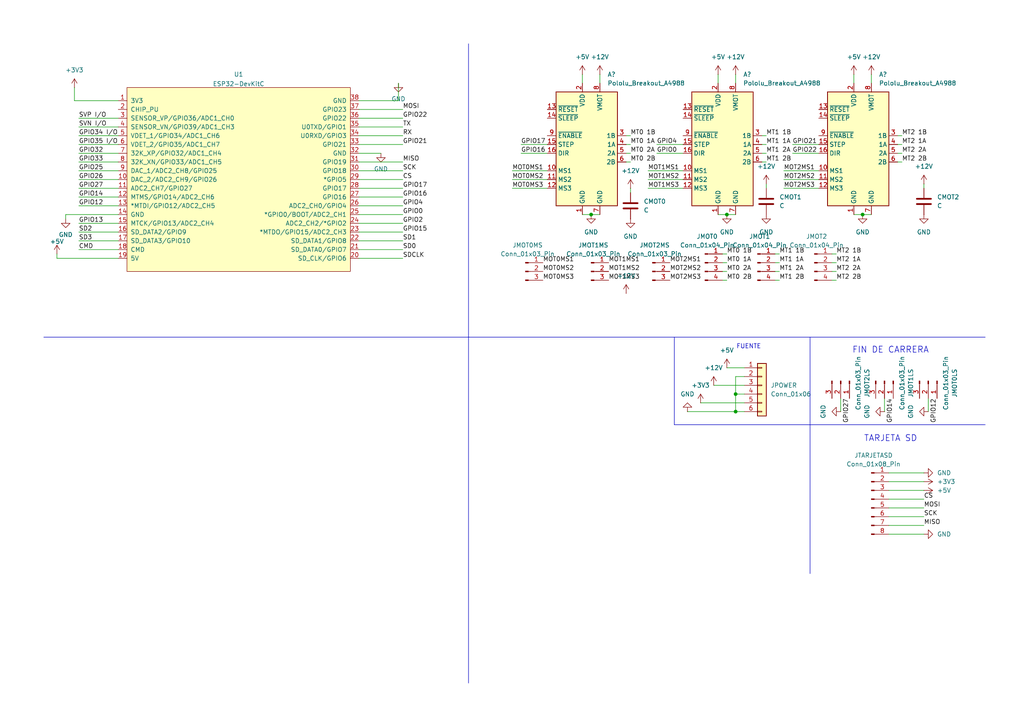
<source format=kicad_sch>
(kicad_sch (version 20231120) (generator "eeschema") (generator_version "8.0")
  (paper "A4")
  (lib_symbols
    (symbol "+5V_1" (power) (pin_numbers hide) (pin_names (offset 0) hide)
      (property "Value" "+5V" (at 0 3.556 0))
      (symbol "+5V_1_0_1"
        (polyline (pts (xy -0.762 1.27) (xy 0 2.54)))
        (polyline (pts (xy 0 0) (xy 0 2.54)))
        (polyline (pts (xy 0 2.54) (xy 0.762 1.27)))
      )
      (symbol "+5V_1_1_1"
        (pin power_in line (at 0 0 90) (length 0) (name "~") (number "1"))
      )
    )
    (symbol "+5V_2" (power) (pin_numbers hide) (pin_names (offset 0) hide)
      (property "Value" "+5V" (at 0 3.556 0))
      (symbol "+5V_2_0_1"
        (polyline (pts (xy -0.762 1.27) (xy 0 2.54)))
        (polyline (pts (xy 0 0) (xy 0 2.54)))
        (polyline (pts (xy 0 2.54) (xy 0.762 1.27)))
      )
      (symbol "+5V_2_1_1"
        (pin power_in line (at 0 0 90) (length 0) (name "~") (number "1"))
      )
    )
    (symbol "+5V_3" (power) (pin_numbers hide) (pin_names (offset 0) hide)
      (property "Value" "+5V" (at 0 3.556 0))
      (symbol "+5V_3_0_1"
        (polyline (pts (xy -0.762 1.27) (xy 0 2.54)))
        (polyline (pts (xy 0 0) (xy 0 2.54)))
        (polyline (pts (xy 0 2.54) (xy 0.762 1.27)))
      )
      (symbol "+5V_3_1_1"
        (pin power_in line (at 0 0 90) (length 0) (name "~") (number "1"))
      )
    )
    (symbol "+5V_4" (power) (pin_numbers hide) (pin_names (offset 0) hide)
      (property "Value" "+5V" (at 0 3.556 0))
      (symbol "+5V_4_0_1"
        (polyline (pts (xy -0.762 1.27) (xy 0 2.54)))
        (polyline (pts (xy 0 0) (xy 0 2.54)))
        (polyline (pts (xy 0 2.54) (xy 0.762 1.27)))
      )
      (symbol "+5V_4_1_1"
        (pin power_in line (at 0 0 90) (length 0) (name "~") (number "1"))
      )
    )
    (symbol "+5V_5" (power) (pin_numbers hide) (pin_names (offset 0) hide)
      (property "Value" "+5V" (at 0 3.556 0))
      (symbol "+5V_5_0_1"
        (polyline (pts (xy -0.762 1.27) (xy 0 2.54)))
        (polyline (pts (xy 0 0) (xy 0 2.54)))
        (polyline (pts (xy 0 2.54) (xy 0.762 1.27)))
      )
      (symbol "+5V_5_1_1"
        (pin power_in line (at 0 0 90) (length 0) (name "~") (number "1"))
      )
    )
    (symbol "Connector:Conn_01x03_Pin" (pin_names (offset 1.016) hide)
      (property "Reference" "J" (at 0 5.08 0))
      (property "Value" "Conn_01x03_Pin" (at 0 -5.08 0))
      (symbol "Conn_01x03_Pin_1_1"
        (polyline (pts (xy 1.27 -2.54) (xy 0.8636 -2.54)) (stroke (width 0.1524)))
        (polyline (pts (xy 1.27 0) (xy 0.8636 0)) (stroke (width 0.1524)))
        (polyline (pts (xy 1.27 2.54) (xy 0.8636 2.54)) (stroke (width 0.1524)))
        (rectangle (start 0.8636 -2.413) (end 0 -2.667) (stroke (width 0.1524)) (fill (type outline)))
        (rectangle (start 0.8636 0.127) (end 0 -0.127) (stroke (width 0.1524)) (fill (type outline)))
        (rectangle (start 0.8636 2.667) (end 0 2.413) (stroke (width 0.1524)) (fill (type outline)))
        (pin passive line (at 5.08 2.54 180) (length 3.81) (name "Pin_1") (number "1"))
        (pin passive line (at 5.08 0 180) (length 3.81) (name "Pin_2") (number "2"))
        (pin passive line (at 5.08 -2.54 180) (length 3.81) (name "Pin_3") (number "3"))
      )
    )
    (symbol "Connector:Conn_01x04_Pin" (pin_names (offset 1.016) hide)
      (property "Reference" "J" (at 0 5.08 0))
      (property "Value" "Conn_01x04_Pin" (at 0 -7.62 0))
      (symbol "Conn_01x04_Pin_1_1"
        (polyline (pts (xy 1.27 -5.08) (xy 0.8636 -5.08)) (stroke (width 0.1524)))
        (polyline (pts (xy 1.27 -2.54) (xy 0.8636 -2.54)) (stroke (width 0.1524)))
        (polyline (pts (xy 1.27 0) (xy 0.8636 0)) (stroke (width 0.1524)))
        (polyline (pts (xy 1.27 2.54) (xy 0.8636 2.54)) (stroke (width 0.1524)))
        (rectangle (start 0.8636 -4.953) (end 0 -5.207) (stroke (width 0.1524)) (fill (type outline)))
        (rectangle (start 0.8636 -2.413) (end 0 -2.667) (stroke (width 0.1524)) (fill (type outline)))
        (rectangle (start 0.8636 0.127) (end 0 -0.127) (stroke (width 0.1524)) (fill (type outline)))
        (rectangle (start 0.8636 2.667) (end 0 2.413) (stroke (width 0.1524)) (fill (type outline)))
        (pin passive line (at 5.08 2.54 180) (length 3.81) (name "Pin_1") (number "1"))
        (pin passive line (at 5.08 0 180) (length 3.81) (name "Pin_2") (number "2"))
        (pin passive line (at 5.08 -2.54 180) (length 3.81) (name "Pin_3") (number "3"))
        (pin passive line (at 5.08 -5.08 180) (length 3.81) (name "Pin_4") (number "4"))
      )
    )
    (symbol "Connector:Conn_01x08_Pin" (pin_names (offset 1.016) hide)
      (property "Reference" "J" (at 0 10.16 0))
      (property "Value" "Conn_01x08_Pin" (at 0 -12.7 0))
      (symbol "Conn_01x08_Pin_1_1"
        (polyline (pts (xy 1.27 -10.16) (xy 0.8636 -10.16)) (stroke (width 0.1524)))
        (polyline (pts (xy 1.27 -7.62) (xy 0.8636 -7.62)) (stroke (width 0.1524)))
        (polyline (pts (xy 1.27 -5.08) (xy 0.8636 -5.08)) (stroke (width 0.1524)))
        (polyline (pts (xy 1.27 -2.54) (xy 0.8636 -2.54)) (stroke (width 0.1524)))
        (polyline (pts (xy 1.27 0) (xy 0.8636 0)) (stroke (width 0.1524)))
        (polyline (pts (xy 1.27 2.54) (xy 0.8636 2.54)) (stroke (width 0.1524)))
        (polyline (pts (xy 1.27 5.08) (xy 0.8636 5.08)) (stroke (width 0.1524)))
        (polyline (pts (xy 1.27 7.62) (xy 0.8636 7.62)) (stroke (width 0.1524)))
        (rectangle (start 0.8636 -10.033) (end 0 -10.287) (stroke (width 0.1524)) (fill (type outline)))
        (rectangle (start 0.8636 -7.493) (end 0 -7.747) (stroke (width 0.1524)) (fill (type outline)))
        (rectangle (start 0.8636 -4.953) (end 0 -5.207) (stroke (width 0.1524)) (fill (type outline)))
        (rectangle (start 0.8636 -2.413) (end 0 -2.667) (stroke (width 0.1524)) (fill (type outline)))
        (rectangle (start 0.8636 0.127) (end 0 -0.127) (stroke (width 0.1524)) (fill (type outline)))
        (rectangle (start 0.8636 2.667) (end 0 2.413) (stroke (width 0.1524)) (fill (type outline)))
        (rectangle (start 0.8636 5.207) (end 0 4.953) (stroke (width 0.1524)) (fill (type outline)))
        (rectangle (start 0.8636 7.747) (end 0 7.493) (stroke (width 0.1524)) (fill (type outline)))
        (pin passive line (at 5.08 7.62 180) (length 3.81) (name "Pin_1") (number "1"))
        (pin passive line (at 5.08 5.08 180) (length 3.81) (name "Pin_2") (number "2"))
        (pin passive line (at 5.08 2.54 180) (length 3.81) (name "Pin_3") (number "3"))
        (pin passive line (at 5.08 0 180) (length 3.81) (name "Pin_4") (number "4"))
        (pin passive line (at 5.08 -2.54 180) (length 3.81) (name "Pin_5") (number "5"))
        (pin passive line (at 5.08 -5.08 180) (length 3.81) (name "Pin_6") (number "6"))
        (pin passive line (at 5.08 -7.62 180) (length 3.81) (name "Pin_7") (number "7"))
        (pin passive line (at 5.08 -10.16 180) (length 3.81) (name "Pin_8") (number "8"))
      )
    )
    (symbol "Connector_Generic:Conn_01x06" (pin_names (offset 1.016) hide)
      (property "Reference" "J" (at 0 7.62 0))
      (property "Value" "Conn_01x06" (at 0 -10.16 0))
      (symbol "Conn_01x06_1_1"
        (rectangle (start -1.27 -7.493) (end 0 -7.747) (stroke (width 0.1524)))
        (rectangle (start -1.27 -4.953) (end 0 -5.207) (stroke (width 0.1524)))
        (rectangle (start -1.27 -2.413) (end 0 -2.667) (stroke (width 0.1524)))
        (rectangle (start -1.27 0.127) (end 0 -0.127) (stroke (width 0.1524)))
        (rectangle (start -1.27 2.667) (end 0 2.413) (stroke (width 0.1524)))
        (rectangle (start -1.27 5.207) (end 0 4.953) (stroke (width 0.1524)))
        (rectangle (start -1.27 6.35) (end 1.27 -8.89) (stroke (width 0.254)) (fill (type background)))
        (pin passive line (at -5.08 5.08 0) (length 3.81) (name "Pin_1") (number "1"))
        (pin passive line (at -5.08 2.54 0) (length 3.81) (name "Pin_2") (number "2"))
        (pin passive line (at -5.08 0 0) (length 3.81) (name "Pin_3") (number "3"))
        (pin passive line (at -5.08 -2.54 0) (length 3.81) (name "Pin_4") (number "4"))
        (pin passive line (at -5.08 -5.08 0) (length 3.81) (name "Pin_5") (number "5"))
        (pin passive line (at -5.08 -7.62 0) (length 3.81) (name "Pin_6") (number "6"))
      )
    )
    (symbol "Device:C" (pin_numbers hide) (pin_names (offset 0.254))
      (property "Reference" "C" (at 0.635 2.54 0))
      (property "Value" "C" (at 0.635 -2.54 0))
      (symbol "C_0_1"
        (polyline (pts (xy -2.032 -0.762) (xy 2.032 -0.762)) (stroke (width 0.508)))
        (polyline (pts (xy -2.032 0.762) (xy 2.032 0.762)) (stroke (width 0.508)))
      )
      (symbol "C_1_1"
        (pin passive line (at 0 3.81 270) (length 2.794) (name "~") (number "1"))
        (pin passive line (at 0 -3.81 90) (length 2.794) (name "~") (number "2"))
      )
    )
    (symbol "Driver_Motor:Pololu_Breakout_A4988"
      (property "Reference" "A" (at -2.54 19.05 0))
      (property "Value" "Pololu_Breakout_A4988" (at -2.54 16.51 0))
      (symbol "Pololu_Breakout_A4988_0_1"
        (rectangle (start 10.16 -17.78) (end -7.62 15.24) (stroke (width 0.254)) (fill (type background)))
      )
      (symbol "Pololu_Breakout_A4988_1_1"
        (pin power_in line (at 0 -20.32 90) (length 2.54) (name "GND") (number "1"))
        (pin input line (at -10.16 -7.62 0) (length 2.54) (name "MS1") (number "10"))
        (pin input line (at -10.16 -10.16 0) (length 2.54) (name "MS2") (number "11"))
        (pin input line (at -10.16 -12.7 0) (length 2.54) (name "MS3") (number "12"))
        (pin input line (at -10.16 10.16 0) (length 2.54) (name "~{RESET}") (number "13"))
        (pin input line (at -10.16 7.62 0) (length 2.54) (name "~{SLEEP}") (number "14"))
        (pin input line (at -10.16 0 0) (length 2.54) (name "STEP") (number "15"))
        (pin input line (at -10.16 -2.54 0) (length 2.54) (name "DIR") (number "16"))
        (pin power_in line (at 0 17.78 270) (length 2.54) (name "VDD") (number "2"))
        (pin output line (at 12.7 2.54 180) (length 2.54) (name "1B") (number "3"))
        (pin output line (at 12.7 0 180) (length 2.54) (name "1A") (number "4"))
        (pin output line (at 12.7 -2.54 180) (length 2.54) (name "2A") (number "5"))
        (pin output line (at 12.7 -5.08 180) (length 2.54) (name "2B") (number "6"))
        (pin power_in line (at 5.08 -20.32 90) (length 2.54) (name "GND") (number "7"))
        (pin power_in line (at 5.08 17.78 270) (length 2.54) (name "VMOT") (number "8"))
        (pin input line (at -10.16 2.54 0) (length 2.54) (name "~{ENABLE}") (number "9"))
      )
    )
    (symbol "Espressif:ESP32-DevKitC" (pin_names (offset 1.016))
      (property "Reference" "U" (at -8.89 26.67 0))
      (property "Value" "ESP32-DevKitC" (at 0 -29.21 0))
      (symbol "ESP32-DevKitC_0_0"
        (pin power_in line (at -33.02 -11.43 0) (length 2.54) (name "GND") (number "14"))
        (pin power_in line (at -33.02 -24.13 0) (length 2.54) (name "5V") (number "19"))
      )
      (symbol "ESP32-DevKitC_0_1"
        (rectangle (start -30.48 25.4) (end 34.29 -27.94) (fill (type background)))
      )
      (symbol "ESP32-DevKitC_1_1"
        (pin power_in line (at -33.02 21.59 0) (length 2.54) (name "3V3") (number "1"))
        (pin bidirectional line (at -33.02 -1.27 0) (length 2.54) (name "DAC_2/ADC2_CH9/GPIO26") (number "10"))
        (pin bidirectional line (at -33.02 -3.81 0) (length 2.54) (name "ADC2_CH7/GPIO27") (number "11"))
        (pin bidirectional line (at -33.02 -6.35 0) (length 2.54) (name "MTMS/GPIO14/ADC2_CH6") (number "12"))
        (pin bidirectional line (at -33.02 -8.89 0) (length 2.54) (name "*MTDI/GPIO12/ADC2_CH5") (number "13"))
        (pin bidirectional line (at -33.02 -13.97 0) (length 2.54) (name "MTCK/GPIO13/ADC2_CH4") (number "15"))
        (pin bidirectional line (at -33.02 -16.51 0) (length 2.54) (name "SD_DATA2/GPIO9") (number "16"))
        (pin bidirectional line (at -33.02 -19.05 0) (length 2.54) (name "SD_DATA3/GPIO10") (number "17"))
        (pin bidirectional line (at -33.02 -21.59 0) (length 2.54) (name "CMD") (number "18"))
        (pin input line (at -33.02 19.05 0) (length 2.54) (name "CHIP_PU") (number "2"))
        (pin bidirectional line (at 36.83 -24.13 180) (length 2.54) (name "SD_CLK/GPIO6") (number "20"))
        (pin bidirectional line (at 36.83 -21.59 180) (length 2.54) (name "SD_DATA0/GPIO7") (number "21"))
        (pin bidirectional line (at 36.83 -19.05 180) (length 2.54) (name "SD_DATA1/GPIO8") (number "22"))
        (pin bidirectional line (at 36.83 -16.51 180) (length 2.54) (name "*MTDO/GPIO15/ADC2_CH3") (number "23"))
        (pin bidirectional line (at 36.83 -13.97 180) (length 2.54) (name "ADC2_CH2/*GPIO2") (number "24"))
        (pin bidirectional line (at 36.83 -11.43 180) (length 2.54) (name "*GPIO0/BOOT/ADC2_CH1") (number "25"))
        (pin bidirectional line (at 36.83 -8.89 180) (length 2.54) (name "ADC2_CH0/GPIO4") (number "26"))
        (pin bidirectional line (at 36.83 -6.35 180) (length 2.54) (name "GPIO16") (number "27"))
        (pin bidirectional line (at 36.83 -3.81 180) (length 2.54) (name "GPIO17") (number "28"))
        (pin bidirectional line (at 36.83 -1.27 180) (length 2.54) (name "*GPIO5") (number "29"))
        (pin input line (at -33.02 16.51 0) (length 2.54) (name "SENSOR_VP/GPIO36/ADC1_CH0") (number "3"))
        (pin bidirectional line (at 36.83 1.27 180) (length 2.54) (name "GPIO18") (number "30"))
        (pin bidirectional line (at 36.83 3.81 180) (length 2.54) (name "GPIO19") (number "31"))
        (pin power_in line (at 36.83 6.35 180) (length 2.54) (name "GND") (number "32"))
        (pin bidirectional line (at 36.83 8.89 180) (length 2.54) (name "GPIO21") (number "33"))
        (pin bidirectional line (at 36.83 11.43 180) (length 2.54) (name "U0RXD/GPIO3") (number "34"))
        (pin bidirectional line (at 36.83 13.97 180) (length 2.54) (name "U0TXD/GPIO1") (number "35"))
        (pin bidirectional line (at 36.83 16.51 180) (length 2.54) (name "GPIO22") (number "36"))
        (pin bidirectional line (at 36.83 19.05 180) (length 2.54) (name "GPIO23") (number "37"))
        (pin power_in line (at 36.83 21.59 180) (length 2.54) (name "GND") (number "38"))
        (pin input line (at -33.02 13.97 0) (length 2.54) (name "SENSOR_VN/GPIO39/ADC1_CH3") (number "4"))
        (pin input line (at -33.02 11.43 0) (length 2.54) (name "VDET_1/GPIO34/ADC1_CH6") (number "5"))
        (pin input line (at -33.02 8.89 0) (length 2.54) (name "VDET_2/GPIO35/ADC1_CH7") (number "6"))
        (pin bidirectional line (at -33.02 6.35 0) (length 2.54) (name "32K_XP/GPIO32/ADC1_CH4") (number "7"))
        (pin bidirectional line (at -33.02 3.81 0) (length 2.54) (name "32K_XN/GPIO33/ADC1_CH5") (number "8"))
        (pin bidirectional line (at -33.02 1.27 0) (length 2.54) (name "DAC_1/ADC2_CH8/GPIO25") (number "9"))
      )
    )
    (symbol "GND_1" (power) (pin_numbers hide) (pin_names (offset 0) hide)
      (property "Value" "GND" (at 0 -3.81 0))
      (symbol "GND_1_0_1"
        (polyline (pts (xy 0 0) (xy 0 -1.27) (xy 1.27 -1.27) (xy 0 -2.54) (xy -1.27 -1.27) (xy 0 -1.27)))
      )
      (symbol "GND_1_1_1"
        (pin power_in line (at 0 0 270) (length 0) (name "~") (number "1"))
      )
    )
    (symbol "GND_2" (power) (pin_numbers hide) (pin_names (offset 0) hide)
      (property "Value" "GND" (at 0 -3.81 0))
      (symbol "GND_2_0_1"
        (polyline (pts (xy 0 0) (xy 0 -1.27) (xy 1.27 -1.27) (xy 0 -2.54) (xy -1.27 -1.27) (xy 0 -1.27)))
      )
      (symbol "GND_2_1_1"
        (pin power_in line (at 0 0 270) (length 0) (name "~") (number "1"))
      )
    )
    (symbol "GND_3" (power) (pin_numbers hide) (pin_names (offset 0) hide)
      (property "Value" "GND" (at 0 -3.81 0))
      (symbol "GND_3_0_1"
        (polyline (pts (xy 0 0) (xy 0 -1.27) (xy 1.27 -1.27) (xy 0 -2.54) (xy -1.27 -1.27) (xy 0 -1.27)))
      )
      (symbol "GND_3_1_1"
        (pin power_in line (at 0 0 270) (length 0) (name "~") (number "1"))
      )
    )
    (symbol "GND_4" (power) (pin_numbers hide) (pin_names (offset 0) hide)
      (property "Value" "GND" (at 0 -3.81 0))
      (symbol "GND_4_0_1"
        (polyline (pts (xy 0 0) (xy 0 -1.27) (xy 1.27 -1.27) (xy 0 -2.54) (xy -1.27 -1.27) (xy 0 -1.27)))
      )
      (symbol "GND_4_1_1"
        (pin power_in line (at 0 0 270) (length 0) (name "~") (number "1"))
      )
    )
    (symbol "GND_5" (power) (pin_numbers hide) (pin_names (offset 0) hide)
      (property "Value" "GND" (at 0 -3.81 0))
      (symbol "GND_5_0_1"
        (polyline (pts (xy 0 0) (xy 0 -1.27) (xy 1.27 -1.27) (xy 0 -2.54) (xy -1.27 -1.27) (xy 0 -1.27)))
      )
      (symbol "GND_5_1_1"
        (pin power_in line (at 0 0 270) (length 0) (name "~") (number "1"))
      )
    )
    (symbol "GND_6" (power) (pin_numbers hide) (pin_names (offset 0) hide)
      (property "Value" "GND" (at 0 -3.81 0))
      (symbol "GND_6_0_1"
        (polyline (pts (xy 0 0) (xy 0 -1.27) (xy 1.27 -1.27) (xy 0 -2.54) (xy -1.27 -1.27) (xy 0 -1.27)))
      )
      (symbol "GND_6_1_1"
        (pin power_in line (at 0 0 270) (length 0) (name "~") (number "1"))
      )
    )
    (symbol "GND_7" (power) (pin_numbers hide) (pin_names (offset 0) hide)
      (property "Value" "GND" (at 0 -3.81 0))
      (symbol "GND_7_0_1"
        (polyline (pts (xy 0 0) (xy 0 -1.27) (xy 1.27 -1.27) (xy 0 -2.54) (xy -1.27 -1.27) (xy 0 -1.27)))
      )
      (symbol "GND_7_1_1"
        (pin power_in line (at 0 0 270) (length 0) (name "~") (number "1"))
      )
    )
    (symbol "power:+12V" (power) (pin_numbers hide) (pin_names (offset 0) hide)
      (property "Value" "+12V" (at 0 3.556 0))
      (symbol "+12V_0_1"
        (polyline (pts (xy -0.762 1.27) (xy 0 2.54)))
        (polyline (pts (xy 0 0) (xy 0 2.54)))
        (polyline (pts (xy 0 2.54) (xy 0.762 1.27)))
      )
      (symbol "+12V_1_1"
        (pin power_in line (at 0 0 90) (length 0) (name "~") (number "1"))
      )
    )
    (symbol "power:+3V3" (power) (pin_numbers hide) (pin_names (offset 0) hide)
      (property "Value" "+3V3" (at 0 3.556 0))
      (symbol "+3V3_0_1"
        (polyline (pts (xy -0.762 1.27) (xy 0 2.54)))
        (polyline (pts (xy 0 0) (xy 0 2.54)))
        (polyline (pts (xy 0 2.54) (xy 0.762 1.27)))
      )
      (symbol "+3V3_1_1"
        (pin power_in line (at 0 0 90) (length 0) (name "~") (number "1"))
      )
    )
    (symbol "power:+5V" (power) (pin_names (offset 0))
      (property "Value" "+5V" (at 0 3.556 0))
      (symbol "+5V_0_1"
        (polyline (pts (xy -0.762 1.27) (xy 0 2.54)))
        (polyline (pts (xy 0 0) (xy 0 2.54)))
        (polyline (pts (xy 0 2.54) (xy 0.762 1.27)))
      )
      (symbol "+5V_1_1"
        (pin power_in line (at 0 0 90) (length 0) hide (name "+5V") (number "1"))
      )
    )
    (symbol "power:GND" (power) (pin_names (offset 0))
      (property "Value" "GND" (at 0 -3.81 0))
      (symbol "GND_0_1"
        (polyline (pts (xy 0 0) (xy 0 -1.27) (xy 1.27 -1.27) (xy 0 -2.54) (xy -1.27 -1.27) (xy 0 -1.27)))
      )
      (symbol "GND_1_1"
        (pin power_in line (at 0 0 270) (length 0) hide (name "GND") (number "1"))
      )
    )
  )
  (junction (at 250.19 62.23))
  (junction (at 171.45 62.23))
  (junction (at 210.82 62.23))
  (junction (at 213.36 114.3))
  (junction (at 213.36 119.38))
  (wire (pts (xy 148.59 54.61) (xy 158.75 54.61)))
  (wire (pts (xy 208.28 62.23) (xy 210.82 62.23)))
  (wire (pts (xy 181.61 46.99) (xy 182.88 46.99)))
  (wire (pts (xy 104.14 64.77) (xy 116.84 64.77)))
  (wire (pts (xy 187.96 52.07) (xy 198.12 52.07)))
  (wire (pts (xy 207.01 111.76) (xy 215.9 111.76)))
  (wire (pts (xy 104.14 39.37) (xy 116.84 39.37)))
  (wire (pts (xy 104.14 54.61) (xy 116.84 54.61)))
  (polyline (pts (xy 234.95 123.19) (xy 195.58 123.19)))
  (wire (pts (xy 220.98 46.99) (xy 222.25 46.99)))
  (wire (pts (xy 104.14 72.39) (xy 116.84 72.39)))
  (wire (pts (xy 104.14 29.21) (xy 115.57 29.21)))
  (polyline (pts (xy 234.95 123.19) (xy 283.21 123.19)))
  (wire (pts (xy 224.79 73.66) (xy 226.06 73.66)))
  (wire (pts (xy 241.3 76.2) (xy 242.57 76.2)))
  (wire (pts (xy 224.79 78.74) (xy 226.06 78.74)))
  (wire (pts (xy 181.61 41.91) (xy 182.88 41.91)))
  (wire (pts (xy 210.82 106.68) (xy 215.9 106.68)))
  (wire (pts (xy 187.96 54.61) (xy 198.12 54.61)))
  (wire (pts (xy 257.81 152.4) (xy 267.97 152.4)))
  (wire (pts (xy 104.14 74.93) (xy 116.84 74.93)))
  (wire (pts (xy 22.86 59.69) (xy 34.29 59.69)))
  (wire (pts (xy 220.98 44.45) (xy 222.25 44.45)))
  (wire (pts (xy 19.05 63.5) (xy 19.05 62.23)))
  (wire (pts (xy 190.5 41.91) (xy 198.12 41.91)))
  (wire (pts (xy 243.84 119.38) (xy 243.84 115.57)))
  (wire (pts (xy 260.35 44.45) (xy 261.62 44.45)))
  (wire (pts (xy 209.55 81.28) (xy 210.82 81.28)))
  (wire (pts (xy 229.87 41.91) (xy 237.49 41.91)))
  (wire (pts (xy 190.5 44.45) (xy 198.12 44.45)))
  (wire (pts (xy 16.51 73.66) (xy 16.51 74.93)))
  (wire (pts (xy 224.79 81.28) (xy 226.06 81.28)))
  (wire (pts (xy 21.59 29.21) (xy 34.29 29.21)))
  (wire (pts (xy 227.33 52.07) (xy 237.49 52.07)))
  (wire (pts (xy 22.86 69.85) (xy 34.29 69.85)))
  (wire (pts (xy 16.51 74.93) (xy 34.29 74.93)))
  (wire (pts (xy 260.35 41.91) (xy 261.62 41.91)))
  (wire (pts (xy 250.19 62.23) (xy 252.73 62.23)))
  (wire (pts (xy 104.14 62.23) (xy 116.84 62.23)))
  (wire (pts (xy 256.54 119.38) (xy 256.54 115.57)))
  (wire (pts (xy 171.45 62.23) (xy 173.99 62.23)))
  (wire (pts (xy 241.3 73.66) (xy 242.57 73.66)))
  (wire (pts (xy 267.97 53.34) (xy 267.97 54.61)))
  (polyline (pts (xy 283.21 123.19) (xy 285.75 123.19)))
  (wire (pts (xy 104.14 49.53) (xy 116.84 49.53)))
  (wire (pts (xy 104.14 46.99) (xy 116.84 46.99)))
  (wire (pts (xy 182.88 54.61) (xy 182.88 55.88)))
  (wire (pts (xy 104.14 69.85) (xy 116.84 69.85)))
  (wire (pts (xy 220.98 39.37) (xy 222.25 39.37)))
  (wire (pts (xy 209.55 78.74) (xy 210.82 78.74)))
  (wire (pts (xy 247.65 62.23) (xy 250.19 62.23)))
  (polyline (pts (xy 234.95 97.79) (xy 234.95 123.19)))
  (wire (pts (xy 220.98 41.91) (xy 222.25 41.91)))
  (wire (pts (xy 199.39 119.38) (xy 213.36 119.38)))
  (wire (pts (xy 213.36 21.59) (xy 213.36 24.13)))
  (wire (pts (xy 151.13 41.91) (xy 158.75 41.91)))
  (wire (pts (xy 21.59 25.4) (xy 21.59 29.21)))
  (wire (pts (xy 104.14 31.75) (xy 116.84 31.75)))
  (wire (pts (xy 104.14 67.31) (xy 116.84 67.31)))
  (wire (pts (xy 104.14 59.69) (xy 116.84 59.69)))
  (wire (pts (xy 247.65 21.59) (xy 247.65 24.13)))
  (wire (pts (xy 187.96 49.53) (xy 198.12 49.53)))
  (wire (pts (xy 208.28 21.59) (xy 208.28 24.13)))
  (wire (pts (xy 22.86 46.99) (xy 34.29 46.99)))
  (wire (pts (xy 215.9 119.38) (xy 213.36 119.38)))
  (wire (pts (xy 203.2 116.84) (xy 215.9 116.84)))
  (wire (pts (xy 22.86 39.37) (xy 34.29 39.37)))
  (wire (pts (xy 115.57 29.21) (xy 115.57 24.13)))
  (wire (pts (xy 181.61 44.45) (xy 182.88 44.45)))
  (polyline (pts (xy 135.89 97.79) (xy 135.89 198.12)))
  (wire (pts (xy 22.86 64.77) (xy 34.29 64.77)))
  (wire (pts (xy 148.59 49.53) (xy 158.75 49.53)))
  (wire (pts (xy 227.33 49.53) (xy 237.49 49.53)))
  (polyline (pts (xy 135.89 12.7) (xy 135.89 97.79)))
  (wire (pts (xy 22.86 52.07) (xy 34.29 52.07)))
  (wire (pts (xy 104.14 41.91) (xy 116.84 41.91)))
  (wire (pts (xy 267.97 139.7) (xy 257.81 139.7)))
  (wire (pts (xy 148.59 52.07) (xy 158.75 52.07)))
  (wire (pts (xy 22.86 34.29) (xy 34.29 34.29)))
  (polyline (pts (xy 234.95 123.19) (xy 234.95 166.37)))
  (wire (pts (xy 260.35 46.99) (xy 261.62 46.99)))
  (wire (pts (xy 257.81 137.16) (xy 267.97 137.16)))
  (wire (pts (xy 19.05 62.23) (xy 34.29 62.23)))
  (wire (pts (xy 252.73 21.59) (xy 252.73 24.13)))
  (wire (pts (xy 104.14 52.07) (xy 116.84 52.07)))
  (wire (pts (xy 209.55 76.2) (xy 210.82 76.2)))
  (wire (pts (xy 257.81 144.78) (xy 267.97 144.78)))
  (wire (pts (xy 213.36 119.38) (xy 213.36 114.3)))
  (wire (pts (xy 260.35 39.37) (xy 261.62 39.37)))
  (wire (pts (xy 104.14 34.29) (xy 116.84 34.29)))
  (wire (pts (xy 104.14 36.83) (xy 116.84 36.83)))
  (wire (pts (xy 269.24 119.38) (xy 269.24 115.57)))
  (wire (pts (xy 257.81 142.24) (xy 267.97 142.24)))
  (wire (pts (xy 22.86 57.15) (xy 34.29 57.15)))
  (wire (pts (xy 224.79 76.2) (xy 226.06 76.2)))
  (wire (pts (xy 22.86 72.39) (xy 34.29 72.39)))
  (wire (pts (xy 173.99 21.59) (xy 173.99 24.13)))
  (wire (pts (xy 229.87 44.45) (xy 237.49 44.45)))
  (wire (pts (xy 213.36 109.22) (xy 213.36 114.3)))
  (wire (pts (xy 241.3 78.74) (xy 242.57 78.74)))
  (wire (pts (xy 22.86 67.31) (xy 34.29 67.31)))
  (wire (pts (xy 104.14 44.45) (xy 110.49 44.45)))
  (wire (pts (xy 215.9 109.22) (xy 213.36 109.22)))
  (wire (pts (xy 257.81 147.32) (xy 267.97 147.32)))
  (wire (pts (xy 151.13 44.45) (xy 158.75 44.45)))
  (wire (pts (xy 222.25 53.34) (xy 222.25 54.61)))
  (wire (pts (xy 168.91 62.23) (xy 171.45 62.23)))
  (wire (pts (xy 22.86 44.45) (xy 34.29 44.45)))
  (wire (pts (xy 168.91 21.59) (xy 168.91 24.13)))
  (wire (pts (xy 209.55 73.66) (xy 210.82 73.66)))
  (wire (pts (xy 241.3 81.28) (xy 242.57 81.28)))
  (wire (pts (xy 104.14 57.15) (xy 116.84 57.15)))
  (wire (pts (xy 210.82 62.23) (xy 213.36 62.23)))
  (wire (pts (xy 227.33 54.61) (xy 237.49 54.61)))
  (polyline (pts (xy 12.7 97.79) (xy 135.89 97.79)))
  (wire (pts (xy 22.86 49.53) (xy 34.29 49.53)))
  (wire (pts (xy 22.86 36.83) (xy 34.29 36.83)))
  (wire (pts (xy 181.61 39.37) (xy 182.88 39.37)))
  (wire (pts (xy 22.86 54.61) (xy 34.29 54.61)))
  (wire (pts (xy 257.81 149.86) (xy 267.97 149.86)))
  (wire (pts (xy 213.36 114.3) (xy 215.9 114.3)))
  (polyline (pts (xy 285.75 97.79) (xy 135.89 97.79)))
  (wire (pts (xy 22.86 41.91) (xy 34.29 41.91)))
  (polyline (pts (xy 195.58 123.19) (xy 195.58 97.79)))
  (wire (pts (xy 257.81 154.94) (xy 267.97 154.94)))
  (text "TARJETA SD\n" (at 258.318 127.254 0) (effects (font (size 1.778 1.778))))
  (text "FUENTE" (at 217.17 100.584 0) (effects (font (size 1.27 1.27))))
  (text "FIN DE CARRERA" (at 258.318 101.6 0) (effects (font (size 1.778 1.778))))
  (label "MT1 1B" (at 226.06 73.66 0))
  (label "MOT0MS1" (at 148.59 49.53 0))
  (label "MT0 2A" (at 210.82 78.74 0))
  (label "MT0 2B" (at 210.82 81.28 0))
  (label "GPIO0" (at 116.84 62.23 0))
  (label "MOT0MS2" (at 148.59 52.07 0))
  (label "MOT1MS1" (at 187.96 49.53 0))
  (label "MOT0MS3" (at 157.48 81.28 0))
  (label "SVP I{slash}O" (at 22.86 34.29 0))
  (label "GPIO15" (at 116.84 67.31 0))
  (label "CMD" (at 22.86 72.39 0))
  (label "GPIO33" (at 22.86 46.99 0))
  (label "MOT2MS2" (at 227.33 52.07 0))
  (label "MOT0MS3" (at 148.59 54.61 0))
  (label "GPIO16" (at 116.84 57.15 0))
  (label "MT0 1B" (at 210.82 73.66 0))
  (label "MT2 1B" (at 242.57 73.66 0))
  (label "MT1 1A" (at 222.25 41.91 0))
  (label "MT2 1A" (at 261.62 41.91 0))
  (label "MISO" (at 116.84 46.99 0))
  (label "RX" (at 116.84 39.37 0))
  (label "GPIO21" (at 116.84 41.91 0))
  (label "SCK" (at 267.97 149.86 0))
  (label "MT2 2A" (at 261.62 44.45 0))
  (label "MOT1MS2" (at 176.53 78.74 0))
  (label "MOT2MS1" (at 227.33 49.53 0))
  (label "GPIO25" (at 22.86 49.53 0))
  (label "MISO" (at 267.97 152.4 0))
  (label "MOT1MS2" (at 187.96 52.07 0))
  (label "MOSI" (at 116.84 31.75 0))
  (label "GPIO26" (at 22.86 52.07 0))
  (label "MOT0MS1" (at 157.48 76.2 0))
  (label "SD2" (at 22.86 67.31 0))
  (label "MT0 1B" (at 182.88 39.37 0))
  (label "GPIO16" (at 151.13 44.45 0))
  (label "MT2 1A" (at 242.57 76.2 0))
  (label "MT0 2A" (at 182.88 44.45 0))
  (label "GPIO27" (at 22.86 54.61 0))
  (label "SD0" (at 116.84 72.39 0))
  (label "GPIO4" (at 116.84 59.69 0))
  (label "SDCLK" (at 116.84 74.93 0))
  (label "GPIO13" (at 22.86 64.77 0))
  (label "MOT2MS1" (at 194.31 76.2 0))
  (label "MOT0MS2" (at 157.48 78.74 0))
  (label "GPIO22" (at 116.84 34.29 0))
  (label "SCK" (at 116.84 49.53 0))
  (label "MT0 1A" (at 210.82 76.2 0))
  (label "CS" (at 267.97 144.78 0))
  (label "MT2 2B" (at 242.57 81.28 0))
  (label "GPIO2" (at 116.84 64.77 0))
  (label "GPIO34 I{slash}O" (at 22.86 39.37 0))
  (label "MT2 2B" (at 261.62 46.99 0))
  (label "GPIO0" (at 190.5 44.45 0))
  (label "GPIO17" (at 151.13 41.91 0))
  (label "GPIO22" (at 229.87 44.45 0))
  (label "SD1" (at 116.84 69.85 0))
  (label "SD3" (at 22.86 69.85 0))
  (label "MOT1MS3" (at 176.53 81.28 0))
  (label "MT1 1B" (at 222.25 39.37 0))
  (label "MT2 2A" (at 242.57 78.74 0))
  (label "MT1 2B" (at 222.25 46.99 0))
  (label "GPIO14" (at 259.08 115.57 270))
  (label "MOSI" (at 267.97 147.32 0))
  (label "SVN I{slash}O" (at 22.86 36.83 0))
  (label "CS" (at 116.84 52.07 0))
  (label "GPIO12" (at 22.86 59.69 0))
  (label "GPIO4" (at 190.5 41.91 0))
  (label "MT1 2A" (at 222.25 44.45 0))
  (label "MT0 1A" (at 182.88 41.91 0))
  (label "MOT2MS3" (at 194.31 81.28 0))
  (label "GPIO12" (at 271.78 115.57 270))
  (label "MT2 1B" (at 261.62 39.37 0))
  (label "GPIO14" (at 22.86 57.15 0))
  (label "MT1 2B" (at 226.06 81.28 0))
  (label "GPIO21" (at 229.87 41.91 0))
  (label "MOT2MS2" (at 194.31 78.74 0))
  (label "MOT1MS1" (at 176.53 76.2 0))
  (label "GPIO17" (at 116.84 54.61 0))
  (label "MOT2MS3" (at 227.33 54.61 0))
  (label "GPIO35 I{slash}O" (at 22.86 41.91 0))
  (label "MT1 2A" (at 226.06 78.74 0))
  (label "MOT1MS3" (at 187.96 54.61 0))
  (label "GPIO32" (at 22.86 44.45 0))
  (label "MT0 2B" (at 182.88 46.99 0))
  (label "TX" (at 116.84 36.83 0))
  (label "MT1 1A" (at 226.06 76.2 0))
  (label "GPIO27" (at 246.38 115.57 270))
  (symbol (lib_name "GND_6") (lib_id "power:GND") (at 267.97 154.94 90) (unit 1)
    (property "Reference" "#PWR026" (effects (hide yes)))
    (property "Value" "GND" (at 271.78 154.9399 90) (effects (justify right)))
    (property "Description" "Power symbol creates a global label with name \"GND\" , ground" (effects (hide yes)))
  )
  (symbol (lib_name "GND_5") (lib_id "power:GND") (at 256.54 119.38 270) (unit 1)
    (property "Reference" "#PWR021" (effects (hide yes)))
    (property "Value" "GND" (at 251.46 119.38 0))
    (property "Description" "Power symbol creates a global label with name \"GND\" , ground" (effects (hide yes)))
  )
  (symbol (lib_id "Device:C") (at 267.97 58.42 0) (unit 1)
    (property "Reference" "CMOT2" (at 271.78 57.1499 0) (effects (justify left)))
    (property "Value" "C" (at 271.78 59.6899 0) (effects (justify left)))
    (property "Description" "Unpolarized capacitor" (effects (hide yes)))
  )
  (symbol (lib_id "Connector:Conn_01x03_Pin") (at 152.4 78.74 0) (unit 1)
    (property "Reference" "JMOT0MS" (at 153.035 71.12 0))
    (property "Value" "Conn_01x03_Pin" (at 153.035 73.66 0))
    (property "Description" "Generic connector, single row, 01x03, script generated" (effects (hide yes)))
  )
  (symbol (lib_name "GND_5") (lib_id "power:GND") (at 269.24 119.38 270) (unit 1)
    (property "Reference" "#PWR020" (effects (hide yes)))
    (property "Value" "GND" (at 264.16 119.38 0))
    (property "Description" "Power symbol creates a global label with name \"GND\" , ground" (effects (hide yes)))
  )
  (symbol (lib_id "power:GND") (at 110.49 44.45 0) (unit 1)
    (property "Reference" "#PWR0102" (effects (hide yes)))
    (property "Value" "GND" (at 110.49 49.0125 0))
  )
  (symbol (lib_id "power:+12V") (at 267.97 53.34 0) (unit 1)
    (property "Reference" "#PWR013" (effects (hide yes)))
    (property "Value" "+12V" (at 267.97 48.26 0))
    (property "Description" "Power symbol creates a global label with name \"+12V\"" (effects (hide yes)))
  )
  (symbol (lib_id "power:+12V") (at 207.01 111.76 0) (unit 1)
    (property "Reference" "#PWR019" (effects (hide yes)))
    (property "Value" "+12V" (at 207.01 106.68 0))
    (property "Description" "Power symbol creates a global label with name \"+12V\"" (effects (hide yes)))
  )
  (symbol (lib_id "power:+12V") (at 181.61 85.09 0) (unit 1)
    (property "Reference" "#PWR018" (effects (hide yes)))
    (property "Value" "+12V" (at 181.61 80.01 0))
    (property "Description" "Power symbol creates a global label with name \"+12V\"" (effects (hide yes)))
  )
  (symbol (lib_name "+5V_5") (lib_id "power:+5V") (at 267.97 142.24 270) (unit 1)
    (property "Reference" "#PWR025" (effects (hide yes)))
    (property "Value" "+5V" (at 271.78 142.2399 90) (effects (justify left)))
    (property "Description" "Power symbol creates a global label with name \"+5V\"" (effects (hide yes)))
  )
  (symbol (lib_id "power:+12V") (at 182.88 54.61 0) (unit 1)
    (property "Reference" "#PWR015" (effects (hide yes)))
    (property "Value" "+12V" (at 182.88 49.53 0))
    (property "Description" "Power symbol creates a global label with name \"+12V\"" (effects (hide yes)))
  )
  (symbol (lib_id "power:+3V3") (at 203.2 116.84 0) (unit 1)
    (property "Reference" "#PWR027" (effects (hide yes)))
    (property "Value" "+3V3" (at 203.2 111.76 0))
    (property "Description" "Power symbol creates a global label with name \"+3V3\"" (effects (hide yes)))
  )
  (symbol (lib_id "Connector:Conn_01x04_Pin") (at 236.22 76.2 0) (unit 1)
    (property "Reference" "JMOT2" (at 236.855 68.58 0))
    (property "Value" "Conn_01x04_Pin" (at 236.855 71.12 0))
    (property "Description" "Generic connector, single row, 01x04, script generated" (effects (hide yes)))
  )
  (symbol (lib_id "power:+12V") (at 222.25 53.34 0) (unit 1)
    (property "Reference" "#PWR011" (effects (hide yes)))
    (property "Value" "+12V" (at 222.25 48.26 0))
    (property "Description" "Power symbol creates a global label with name \"+12V\"" (effects (hide yes)))
  )
  (symbol (lib_id "power:+3V3") (at 267.97 139.7 270) (unit 1)
    (property "Reference" "#PWR024" (effects (hide yes)))
    (property "Value" "+3V3" (at 271.78 139.6999 90) (effects (justify left)))
    (property "Description" "Power symbol creates a global label with name \"+3V3\"" (effects (hide yes)))
  )
  (symbol (lib_name "GND_7") (lib_id "power:GND") (at 199.39 119.38 180) (unit 1)
    (property "Reference" "#PWR028" (effects (hide yes)))
    (property "Value" "GND" (at 199.39 114.3 0))
    (property "Description" "Power symbol creates a global label with name \"GND\" , ground" (effects (hide yes)))
  )
  (symbol (lib_id "Connector:Conn_01x03_Pin") (at 171.45 78.74 0) (unit 1)
    (property "Reference" "JMOT1MS" (at 172.085 71.12 0))
    (property "Value" "Conn_01x03_Pin" (at 172.085 73.66 0))
    (property "Description" "Generic connector, single row, 01x03, script generated" (effects (hide yes)))
  )
  (symbol (lib_id "power:+5V") (at 16.51 73.66 0) (unit 1)
    (property "Reference" "#PWR0104" (effects (hide yes)))
    (property "Value" "+5V" (at 16.51 70.0555 0))
  )
  (symbol (lib_name "GND_4") (lib_id "power:GND") (at 267.97 62.23 0) (unit 1)
    (property "Reference" "#PWR014" (effects (hide yes)))
    (property "Value" "GND" (at 267.97 67.31 0))
    (property "Description" "Power symbol creates a global label with name \"GND\" , ground" (effects (hide yes)))
  )
  (symbol (lib_id "Connector:Conn_01x03_Pin") (at 269.24 110.49 270) (unit 1)
    (property "Reference" "JMOT0LS" (at 276.86 111.125 0))
    (property "Value" "Conn_01x03_Pin" (at 274.32 111.125 0))
    (property "Description" "Generic connector, single row, 01x03, script generated" (effects (hide yes)))
  )
  (symbol (lib_id "Driver_Motor:Pololu_Breakout_A4988") (at 208.28 41.91 0) (unit 1)
    (property "Reference" "A?" (at 215.5541 21.59 0) (effects (justify left)))
    (property "Value" "Pololu_Breakout_A4988" (at 215.5541 24.13 0) (effects (justify left)))
    (property "Footprint" "Module:Pololu_Breakout-16_15.2x20.3mm" (effects (hide yes)))
    (property "Datasheet" "https://www.pololu.com/product/2980/pictures" (effects (hide yes)))
    (property "Description" "Pololu Breakout Board, Stepper Driver A4988" (effects (hide yes)))
  )
  (symbol (lib_id "power:+12V") (at 173.99 21.59 0) (unit 1)
    (property "Reference" "#PWR04" (effects (hide yes)))
    (property "Value" "+12V" (at 173.99 16.51 0))
    (property "Description" "Power symbol creates a global label with name \"+12V\"" (effects (hide yes)))
  )
  (symbol (lib_id "Connector:Conn_01x04_Pin") (at 219.71 76.2 0) (unit 1)
    (property "Reference" "JMOT1" (at 220.345 68.58 0))
    (property "Value" "Conn_01x04_Pin" (at 220.345 71.12 0))
    (property "Description" "Generic connector, single row, 01x04, script generated" (effects (hide yes)))
  )
  (symbol (lib_id "Device:C") (at 182.88 59.69 0) (unit 1)
    (property "Reference" "CMOT0" (at 186.69 58.4199 0) (effects (justify left)))
    (property "Value" "C" (at 186.69 60.9599 0) (effects (justify left)))
    (property "Description" "Unpolarized capacitor" (effects (hide yes)))
  )
  (symbol (lib_id "Connector:Conn_01x04_Pin") (at 204.47 76.2 0) (unit 1)
    (property "Reference" "JMOT0" (at 205.105 68.58 0))
    (property "Value" "Conn_01x04_Pin" (at 205.105 71.12 0))
    (property "Description" "Generic connector, single row, 01x04, script generated" (effects (hide yes)))
  )
  (symbol (lib_id "Driver_Motor:Pololu_Breakout_A4988") (at 168.91 41.91 0) (unit 1)
    (property "Reference" "A?" (at 176.1841 21.59 0) (effects (justify left)))
    (property "Value" "Pololu_Breakout_A4988" (at 176.1841 24.13 0) (effects (justify left)))
    (property "Footprint" "Module:Pololu_Breakout-16_15.2x20.3mm" (effects (hide yes)))
    (property "Datasheet" "https://www.pololu.com/product/2980/pictures" (effects (hide yes)))
    (property "Description" "Pololu Breakout Board, Stepper Driver A4988" (effects (hide yes)))
  )
  (symbol (lib_name "+5V_1") (lib_id "power:+5V") (at 208.28 21.59 0) (unit 1)
    (property "Reference" "#PWR08" (effects (hide yes)))
    (property "Value" "+5V" (at 208.28 16.51 0))
    (property "Description" "Power symbol creates a global label with name \"+5V\"" (effects (hide yes)))
  )
  (symbol (lib_name "GND_4") (lib_id "power:GND") (at 182.88 63.5 0) (unit 1)
    (property "Reference" "#PWR016" (effects (hide yes)))
    (property "Value" "GND" (at 182.88 68.58 0))
    (property "Description" "Power symbol creates a global label with name \"GND\" , ground" (effects (hide yes)))
  )
  (symbol (lib_id "Connector_Generic:Conn_01x06") (at 220.98 111.76 0) (unit 1)
    (property "Reference" "JPOWER" (at 223.52 111.7599 0) (effects (justify left)))
    (property "Value" "Conn_01x06" (at 223.52 114.2999 0) (effects (justify left)))
    (property "Description" "Generic connector, single row, 01x06, script generated (kicad-library-utils/schlib/autogen/connector/)" (effects (hide yes)))
  )
  (symbol (lib_id "Espressif:ESP32-DevKitC") (at 67.31 50.8 0) (unit 1)
    (property "Reference" "U1" (at 69.215 21.5605 0))
    (property "Value" "ESP32-DevKitC" (at 69.215 24.3356 0))
    (property "Footprint" "Espressif:ESP32-DevKitC" (effects (hide yes)))
    (property "Datasheet" "https://docs.espressif.com/projects/esp-idf/zh_CN/latest/esp32/hw-reference/esp32/get-started-devkitc.html" (effects (hide yes)))
  )
  (symbol (lib_id "power:+3V3") (at 21.59 25.4 0) (unit 1)
    (property "Reference" "#PWR01" (effects (hide yes)))
    (property "Value" "+3V3" (at 21.59 20.32 0))
    (property "Description" "Power symbol creates a global label with name \"+3V3\"" (effects (hide yes)))
  )
  (symbol (lib_id "Device:C") (at 222.25 58.42 0) (unit 1)
    (property "Reference" "CMOT1" (at 226.06 57.1499 0) (effects (justify left)))
    (property "Value" "C" (at 226.06 59.6899 0) (effects (justify left)))
    (property "Description" "Unpolarized capacitor" (effects (hide yes)))
  )
  (symbol (lib_id "Driver_Motor:Pololu_Breakout_A4988") (at 247.65 41.91 0) (unit 1)
    (property "Reference" "A?" (at 254.9241 21.59 0) (effects (justify left)))
    (property "Value" "Pololu_Breakout_A4988" (at 254.9241 24.13 0) (effects (justify left)))
    (property "Footprint" "Module:Pololu_Breakout-16_15.2x20.3mm" (effects (hide yes)))
    (property "Datasheet" "https://www.pololu.com/product/2980/pictures" (effects (hide yes)))
    (property "Description" "Pololu Breakout Board, Stepper Driver A4988" (effects (hide yes)))
  )
  (symbol (lib_name "GND_5") (lib_id "power:GND") (at 243.84 119.38 270) (unit 1)
    (property "Reference" "#PWR022" (effects (hide yes)))
    (property "Value" "GND" (at 238.76 119.38 0))
    (property "Description" "Power symbol creates a global label with name \"GND\" , ground" (effects (hide yes)))
  )
  (symbol (lib_name "+5V_2") (lib_id "power:+5V") (at 247.65 21.59 0) (unit 1)
    (property "Reference" "#PWR09" (effects (hide yes)))
    (property "Value" "+5V" (at 247.65 16.51 0))
    (property "Description" "Power symbol creates a global label with name \"+5V\"" (effects (hide yes)))
  )
  (symbol (lib_name "+5V_4") (lib_id "power:+5V") (at 210.82 106.68 0) (unit 1)
    (property "Reference" "#PWR017" (effects (hide yes)))
    (property "Value" "+5V" (at 210.82 101.6 0))
    (property "Description" "Power symbol creates a global label with name \"+5V\"" (effects (hide yes)))
  )
  (symbol (lib_id "Connector:Conn_01x03_Pin") (at 256.54 110.49 270) (unit 1)
    (property "Reference" "JMOT1LS" (at 264.16 111.125 0))
    (property "Value" "Conn_01x03_Pin" (at 261.62 111.125 0))
    (property "Description" "Generic connector, single row, 01x03, script generated" (effects (hide yes)))
  )
  (symbol (lib_id "Connector:Conn_01x03_Pin") (at 189.23 78.74 0) (unit 1)
    (property "Reference" "JMOT2MS" (at 189.865 71.12 0))
    (property "Value" "Conn_01x03_Pin" (at 189.865 73.66 0))
    (property "Description" "Generic connector, single row, 01x03, script generated" (effects (hide yes)))
  )
  (symbol (lib_name "GND_6") (lib_id "power:GND") (at 267.97 137.16 90) (unit 1)
    (property "Reference" "#PWR023" (effects (hide yes)))
    (property "Value" "GND" (at 271.78 137.1599 90) (effects (justify right)))
    (property "Description" "Power symbol creates a global label with name \"GND\" , ground" (effects (hide yes)))
  )
  (symbol (lib_id "power:+12V") (at 252.73 21.59 0) (unit 1)
    (property "Reference" "#PWR02" (effects (hide yes)))
    (property "Value" "+12V" (at 252.73 16.51 0))
    (property "Description" "Power symbol creates a global label with name \"+12V\"" (effects (hide yes)))
  )
  (symbol (lib_id "Connector:Conn_01x03_Pin") (at 243.84 110.49 270) (unit 1)
    (property "Reference" "JMOT2LS" (at 251.46 111.125 0))
    (property "Value" "Conn_01x03_Pin" (at 248.92 111.125 0))
    (property "Description" "Generic connector, single row, 01x03, script generated" (effects (hide yes)))
  )
  (symbol (lib_id "Connector:Conn_01x08_Pin") (at 252.73 144.78 0) (unit 1)
    (property "Reference" "JTARJETASD" (at 253.365 132.08 0))
    (property "Value" "Conn_01x08_Pin" (at 253.365 134.62 0))
    (property "Description" "Generic connector, single row, 01x08, script generated" (effects (hide yes)))
  )
  (symbol (lib_name "GND_3") (lib_id "power:GND") (at 171.45 62.23 0) (unit 1)
    (property "Reference" "#PWR07" (effects (hide yes)))
    (property "Value" "GND" (at 171.45 67.31 0))
    (property "Description" "Power symbol creates a global label with name \"GND\" , ground" (effects (hide yes)))
  )
  (symbol (lib_name "GND_1") (lib_id "power:GND") (at 210.82 62.23 0) (unit 1)
    (property "Reference" "#PWR05" (effects (hide yes)))
    (property "Value" "GND" (at 210.82 67.31 0))
    (property "Description" "Power symbol creates a global label with name \"GND\" , ground" (effects (hide yes)))
  )
  (symbol (lib_name "GND_4") (lib_id "power:GND") (at 222.25 62.23 0) (unit 1)
    (property "Reference" "#PWR012" (effects (hide yes)))
    (property "Value" "GND" (at 222.25 67.31 0))
    (property "Description" "Power symbol creates a global label with name \"GND\" , ground" (effects (hide yes)))
  )
  (symbol (lib_name "+5V_3") (lib_id "power:+5V") (at 168.91 21.59 0) (unit 1)
    (property "Reference" "#PWR010" (effects (hide yes)))
    (property "Value" "+5V" (at 168.91 16.51 0))
    (property "Description" "Power symbol creates a global label with name \"+5V\"" (effects (hide yes)))
  )
  (symbol (lib_id "power:GND") (at 115.57 24.13 0) (unit 1)
    (property "Reference" "#PWR0101" (effects (hide yes)))
    (property "Value" "GND" (at 115.57 28.6925 0))
  )
  (symbol (lib_id "power:GND") (at 19.05 63.5 0) (unit 1)
    (property "Reference" "#PWR0103" (effects (hide yes)))
    (property "Value" "GND" (at 19.05 68.0625 0))
  )
  (symbol (lib_id "power:+12V") (at 213.36 21.59 0) (unit 1)
    (property "Reference" "#PWR03" (effects (hide yes)))
    (property "Value" "+12V" (at 213.36 16.51 0))
    (property "Description" "Power symbol creates a global label with name \"+12V\"" (effects (hide yes)))
  )
  (symbol (lib_name "GND_2") (lib_id "power:GND") (at 250.19 62.23 0) (unit 1)
    (property "Reference" "#PWR06" (effects (hide yes)))
    (property "Value" "GND" (at 250.19 67.31 0))
    (property "Description" "Power symbol creates a global label with name \"GND\" , ground" (effects (hide yes)))
  )
)
</source>
